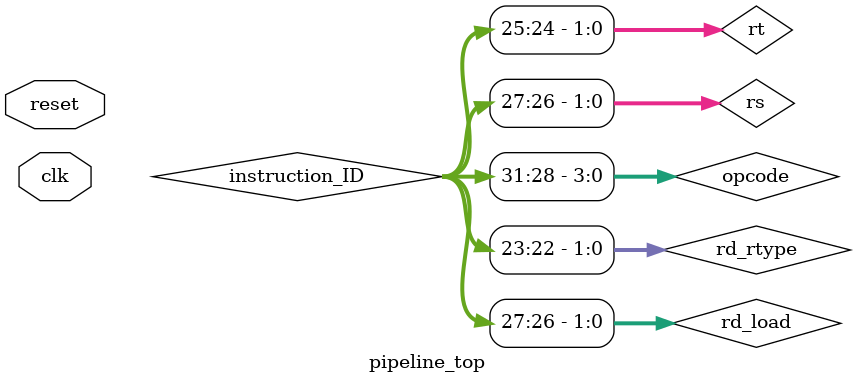
<source format=v>
`timescale 1ns / 1ps
module pipeline_top(
    input clk,
    input reset
    );

    // PC and IF

    wire [8:0] pc_out;
    wire [31:0] instruction;

    PC pc_inst (
        .clk(clk),
        .reset(reset),
        .pc_out(pc_out)
    );

    IMem imem_inst (
        .addr(pc_out),
		  .clk(clk),
		  .din(32'b0),
        .dout(instruction),
		  .we(1'b0)
    );


    // IF/ID Stage Reg

    wire [31:0] instruction_ID;

    IF_ID if_id_inst (
        .clk(clk),
        .reset(reset),
        .instruction_in(instruction),
        .instruction_out(instruction_ID)
    );

    // Instruction Decoder
    wire [3:0] opcode;
    wire [1:0] rs, rt, rd;
    wire [7:0] address;

	 assign opcode  = instruction_ID[31:28];
	 assign rs      = instruction_ID[27:26];
	 assign rt      = instruction_ID[25:24];
	 wire [1:0] rd_rtype = instruction_ID[23:22];   // R-type destination
	 wire [1:0] rd_load  = instruction_ID[27:26];   // Load rd (to avoid naming confusion later)
	 assign rd = (opcode == 4'b1010) ? rd_load : rd_rtype;
	 assign address = instruction_ID[21:14];

    wire WMemEn_ID;
    wire WRegEn_ID;
    wire MemToReg_ID;

    instruction_decoder decoder_inst (
        .opcode(opcode),
        .WMemEn(WMemEn_ID),
        .WRegEn(WRegEn_ID),
        .MemToReg(MemToReg_ID)
    );
	 
    // Reg File

    wire [63:0] rs_data;
    wire [63:0] rt_data;

    wire [63:0] write_data_WB;
    wire [1:0]  rd_WB;
    wire        WRegEn_WB;

    regfile regfile_inst (
        .clk(clk),
		  .we(WRegEn_WB),
		  .wr_addr(rd_WB),
		  .wr_data(write_data_WB),
		  .rd_addr1(rs),
		  .rd_addr2(rt),
		  .rd_data1(rs_data),
		  .rd_data2(rt_data)
    );

    // ID/EX Stage Reg

    wire [63:0] rs_data_EX;
    wire [63:0] rt_data_EX;
    wire [1:0]  rd_EX;
    wire [7:0]  address_EX;
    wire        WMemEn_EX;
    wire        WRegEn_EX;
    wire        MemToReg_EX;

    ID_EX id_ex_inst (
        .clk(clk),
        .reset(reset),

        .rs_data_in(rs_data),
        .rt_data_in(rt_data),
        .rd_in(rd),
        .address_in(address),
        .WRegEn_in(WRegEn_ID),
        .WMemEn_in(WMemEn_ID),
        .MemToReg_in(MemToReg_ID),

        .rs_data_out(rs_data_EX),
        .rt_data_out(rt_data_EX),
        .rd_out(rd_EX),
        .address_out(address_EX),
        .WRegEn_out(WRegEn_EX),
        .WMemEn_out(WMemEn_EX),
        .MemToReg_out(MemToReg_EX)
    );

    // EX Stage - no alu so bypassing this stage

    wire [63:0] alu_result_EX;

    assign alu_result_EX = rs_data_EX;  

    // EX/MEM Stage Register


    wire [63:0] alu_result_MEM;
    wire [63:0] rt_data_MEM;
    wire [1:0]  rd_MEM;
    wire        WMemEn_MEM;
    wire        WRegEn_MEM;
    wire        MemToReg_MEM;
	 wire [7:0]  address_MEM;
	 wire [63:0] rs_data_MEM;


    EX_MEM ex_mem_inst (
        .clk(clk),
        .reset(reset),

        .alu_result_in(alu_result_EX),
        .rt_data_in(rt_data_EX),
        .rd_in(rd_EX),
        .WRegEn_in(WRegEn_EX),
        .WMemEn_in(WMemEn_EX),
        .MemToReg_in(MemToReg_EX),
		  .address_in(address_EX),
		  .address_out(address_MEM),
		  .rs_data_in(rs_data_EX),
        .rs_data_out(rs_data_MEM),
        .alu_result_out(alu_result_MEM),
        .rt_data_out(rt_data_MEM),
        .rd_out(rd_MEM),
        .WRegEn_out(WRegEn_MEM),
        .WMemEn_out(WMemEn_MEM),
        .MemToReg_out(MemToReg_MEM)
    );

 
    // Data Memory


    wire [63:0] mem_data;
	 DMem dmem_inst (

    // Port A : READ (not exactly using this functionality yet but for future ref)
        .addra(address_MEM),
        .clka(clk),
        .dina(64'b0),
        .douta(mem_data),
        .wea(1'b0),

    // Port B : WRITE 
        .addrb(address_MEM),
        .clkb(clk),
        .dinb(rs_data_MEM),
        .doutb(),               
        .web(WMemEn_MEM)

    );

    // MEM/WB Stage Register

    wire [63:0] alu_result_WB;
    wire [63:0] mem_data_WB;
    wire        MemToReg_WB;

    MEM_WB mem_wb_inst (
        .clk(clk),
        .reset(reset),

        .alu_result_in(alu_result_MEM),
        .mem_data_in(mem_data),
        .rd_in(rd_MEM),
        .WRegEn_in(WRegEn_MEM),
        .MemToReg_in(MemToReg_MEM),

        .alu_result_out(alu_result_WB),
        .mem_data_out(mem_data_WB),
        .rd_out(rd_WB),
        .WRegEn_out(WRegEn_WB),
        .MemToReg_out(MemToReg_WB)
    );

    // Writeback MUX

    assign write_data_WB = (MemToReg_WB) ? mem_data_WB : alu_result_WB;

endmodule

</source>
